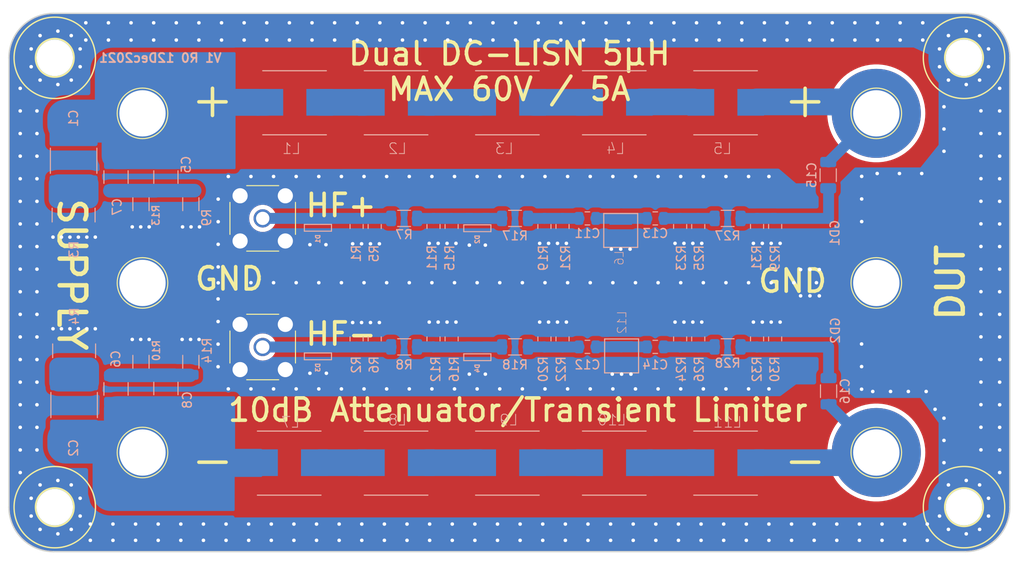
<source format=kicad_pcb>
(kicad_pcb (version 20240108) (generator "pcbnew") (generator_version "8.0")
  (title_block (title "Dual 5uH LISN") (date "2021-12-12") (rev "V1 R0") (comment 1 "Credits to: Jay_Diddy_B & Noy (eevblog forum)"))
  (layers (0 "F.Cu" power "Front") (31 "B.Cu" power "Back") (34 "B.Paste" user) (35 "F.Paste" user) (36 "B.SilkS" user "B.Silkscreen") (37 "F.SilkS" user "F.Silkscreen") (38 "B.Mask" user) (39 "F.Mask" user) (44 "Edge.Cuts" user))
  (net 0 "")
  (net 1 "GND")
  (net 2 "Net-(C1-Pad1)")
  (net 3 "Net-(C2-Pad2)")
  (net 4 "Net-(C1-Pad2)")
  (net 5 "Net-(L10-Pad1)")
  (net 6 "Net-(L10-Pad2)")
  (net 7 "Net-(C11-Pad2)")
  (net 8 "Net-(C11-Pad1)")
  (net 9 "Net-(C12-Pad2)")
  (net 10 "Net-(C12-Pad1)")
  (net 11 "Net-(C13-Pad2)")
  (net 12 "Net-(C14-Pad2)")
  (net 13 "Net-(C15-Pad2)")
  (net 14 "Net-(C15-Pad1)")
  (net 15 "Net-(C16-Pad2)")
  (net 16 "Net-(C16-Pad1)")
  (net 17 "Net-(C2-Pad1)")
  (net 18 "Net-(C5-Pad2)")
  (net 19 "Net-(C6-Pad2)")
  (net 20 "Net-(L2-Pad2)")
  (net 21 "Net-(L4-Pad2)")
  (net 22 "Net-(L1-Pad2)")
  (net 23 "Net-(L3-Pad2)")
  (net 24 "Net-(L7-Pad2)")
  (net 25 "Net-(L8-Pad2)")
  (net 26 "Net-(D1-Pad3)")
  (net 27 "Net-(D2-Pad3)")
  (net 28 "Net-(D3-Pad3)")
  (net 29 "Net-(D4-Pad3)")
  (footprint "Connector_Coaxial:SMA_Wurth_60312002114503_Vertical" (layer "F.Cu") (at 128.576 103.0055)
    (property "Reference" "J1" (hide yes))
    (property "Value" "Conn_SMA")
  )
  (footprint "Connector_Coaxial:SMA_Wurth_60312002114503_Vertical" (layer "F.Cu") (at 128.576 117.462)
    (property "Reference" "J2" (hide yes))
    (property "Value" "Conn_SMA")
  )
  (footprint "5uH_LISN:BANANA_CONN" (layer "F.Cu") (at 115.076 110.262)
    (property "Reference" "J4" (hide yes))
    (property "Value" "BANANA_CONN" (hide yes))
  )
  (footprint "5uH_LISN:4,1-PAD" (layer "F.Cu") (at 105.226 135.462)
    (property "Reference" "H1" (hide yes))
    (property "Value" "MOUNT-PAD-ROUND4.1" (hide yes))
  )
  (footprint "5uH_LISN:4,1-PAD" (layer "F.Cu") (at 105.226 84.962)
    (property "Reference" "H2" (hide yes))
    (property "Value" "MOUNT-PAD-ROUND4.1" (hide yes))
  )
  (footprint "5uH_LISN:4,1-PAD" (layer "F.Cu") (at 207.326 84.962)
    (property "Reference" "H3" (hide yes))
    (property "Value" "MOUNT-PAD-ROUND4.1" (hide yes))
  )
  (footprint "5uH_LISN:4,1-PAD" (layer "F.Cu") (at 207.326 135.462)
    (property "Reference" "H4" (hide yes))
    (property "Value" "MOUNT-PAD-ROUND4.1" (hide yes))
  )
  (footprint "5uH_LISN:BANANA_CONN" (layer "F.Cu") (at 115.076 91.202)
    (property "Reference" "J3" (hide yes))
    (property "Value" "BANANA_CONN" (hide yes))
  )
  (footprint "5uH_LISN:BANANA_CONN" (layer "F.Cu") (at 115.076 129.322)
    (property "Reference" "J5" (hide yes))
    (property "Value" "BANANA_CONN" (hide yes))
  )
  (footprint "5uH_LISN:BANANA_CONN" (layer "F.Cu") (at 197.476 110.262)
    (property "Reference" "J6" (hide yes))
    (property "Value" "BANANA_CONN" (hide yes))
  )
  (footprint "5uH_LISN:BANANA_CONN" (layer "F.Cu") (at 197.476 91.202)
    (property "Reference" "J7" (hide yes))
    (property "Value" "BANANA_CONN" (hide yes))
  )
  (footprint "5uH_LISN:BANANA_CONN" (layer "F.Cu") (at 197.476 129.322)
    (property "Reference" "J8" (hide yes))
    (property "Value" "BANANA_CONN" (hide yes))
  )
  (footprint "Capacitor_SMD:C_2220_5650Metric" (layer "B.Cu") (at 107.342 96.528 -90)
    (property "Reference" "C1")
    (property "Value" "22uF")
  )
  (footprint "Capacitor_SMD:C_2220_5650Metric" (layer "B.Cu") (at 107.4 123.985 90)
    (property "Reference" "C2")
    (property "Value" "22uF")
  )
  (footprint "Capacitor_SMD:C_1210_3225Metric" (layer "B.Cu") (at 117.704 98.362 -90)
    (property "Reference" "C5")
    (property "Value" "2.2uF")
  )
  (footprint "Capacitor_SMD:C_1210_3225Metric" (layer "B.Cu") (at 112.104 122.173 90)
    (property "Reference" "C6")
    (property "Value" "2.2uF")
  )
  (footprint "Capacitor_SMD:C_1210_3225Metric" (layer "B.Cu") (at 112.104 98.362 -90)
    (property "Reference" "C7")
    (property "Value" "2.2uF")
  )
  (footprint "Capacitor_SMD:C_1210_3225Metric" (layer "B.Cu") (at 117.704 122.123 90)
    (property "Reference" "C8")
    (property "Value" "2.2uF")
  )
  (footprint "5uH_LISN:SOT23-DIODEDUAL" (layer "B.Cu") (at 134.776 104.062)
    (property "Reference" "D1")
    (property "Value" "SOT23-DIODEDUAL" (hide yes))
  )
  (footprint "5uH_LISN:SOT23-DIODEDUAL" (layer "B.Cu") (at 152.676 104.112)
    (property "Reference" "D2")
    (property "Value" "SOT23-DIODEDUAL" (hide yes))
  )
  (footprint "5uH_LISN:SOT23-DIODEDUAL" (layer "B.Cu") (at 134.776 118.512)
    (property "Reference" "D3")
    (property "Value" "SOT23-DIODEDUAL" (hide yes))
  )
  (footprint "5uH_LISN:SOT23-DIODEDUAL" (layer "B.Cu") (at 152.676 118.612)
    (property "Reference" "D4")
    (property "Value" "SOT23-DIODEDUAL" (hide yes))
  )
  (footprint "5uH_LISN:COILCRAFT_1008PS" (layer "B.Cu") (at 168.776 104.362 180)
    (property "Reference" "L6")
    (property "Value" "1mH" (hide yes))
  )
  (footprint "Resistor_SMD:R_0805_2012Metric" (layer "B.Cu") (at 139.12 103.918 90)
    (property "Reference" "R1")
    (property "Value" "909R")
  )
  (footprint "Resistor_SMD:R_0805_2012Metric" (layer "B.Cu") (at 139.12 116.5495 -90)
    (property "Reference" "R2")
    (property "Value" "909R")
  )
  (footprint "Resistor_SMD:R_1218_3246Metric" (layer "B.Cu") (at 107.342 102.634 -90)
    (property "Reference" "R3")
    (property "Value" "1R")
  )
  (footprint "Resistor_SMD:R_1218_3246Metric" (layer "B.Cu") (at 107.4 117.889 90)
    (property "Reference" "R4")
    (property "Value" "1R")
  )
  (footprint "Resistor_SMD:R_0805_2012Metric" (layer "B.Cu") (at 141.152 103.918 90)
    (property "Reference" "R5")
    (property "Value" "825R")
  )
  (footprint "Resistor_SMD:R_0805_2012Metric" (layer "B.Cu") (at 141.152 116.5495 -90)
    (property "Reference" "R6")
    (property "Value" "825R")
  )
  (footprint "Resistor_SMD:R_1206_3216Metric" (layer "B.Cu") (at 144.454 103.009)
    (property "Reference" "R7")
    (property "Value" "12.1R")
  )
  (footprint "Resistor_SMD:R_1206_3216Metric" (layer "B.Cu") (at 144.454 117.448)
    (property "Reference" "R8")
    (property "Value" "12.1R")
  )
  (footprint "Resistor_SMD:R_1206_3216Metric" (layer "B.Cu") (at 120.504 101.412 -90)
    (property "Reference" "R9")
    (property "Value" "0R")
  )
  (footprint "Resistor_SMD:R_1206_3216Metric" (layer "B.Cu") (at 114.904 119.123 90)
    (property "Reference" "R10")
    (property "Value" "0R")
  )
  (footprint "Resistor_SMD:R_0805_2012Metric" (layer "B.Cu") (at 147.756 103.918 90)
    (property "Reference" "R11")
    (property "Value" "243R")
  )
  (footprint "Resistor_SMD:R_0805_2012Metric" (layer "B.Cu") (at 147.756 116.5495 -90)
    (property "Reference" "R12")
    (property "Value" "243R")
  )
  (footprint "Resistor_SMD:R_1206_3216Metric" (layer "B.Cu") (at 114.904 101.412 -90)
    (property "Reference" "R13")
    (property "Value" "0R")
  )
  (footprint "Resistor_SMD:R_1206_3216Metric" (layer "B.Cu") (at 120.504 119.123 90)
    (property "Reference" "R14")
    (property "Value" "0R")
  )
  (footprint "Resistor_SMD:R_0805_2012Metric" (layer "B.Cu") (at 149.788 103.918 90)
    (property "Reference" "R15")
    (property "Value" "274R")
  )
  (footprint "Resistor_SMD:R_0805_2012Metric" (layer "B.Cu") (at 149.788 116.5495 -90)
    (property "Reference" "R16")
    (property "Value" "274R")
  )
  (footprint "Capacitor_SMD:C_0805_2012Metric" (layer "B.Cu") (at 165.036 103.009)
    (property "Reference" "C11")
    (property "Value" "470nF")
  )
  (footprint "Capacitor_SMD:C_0805_2012Metric" (layer "B.Cu") (at 165.036 117.448)
    (property "Reference" "C12")
    (property "Value" "470nF")
  )
  (footprint "Capacitor_SMD:C_0805_2012Metric" (layer "B.Cu") (at 172.656 103.009)
    (property "Reference" "C13")
    (property "Value" "470nF")
  )
  (footprint "Capacitor_SMD:C_0805_2012Metric" (layer "B.Cu") (at 172.656 117.448)
    (property "Reference" "C14")
    (property "Value" "470nF")
  )
  (footprint "Capacitor_SMD:C_1206_3216Metric" (layer "B.Cu") (at 192.076 98.146 -90)
    (property "Reference" "C15")
    (property "Value" "100nF")
  )
  (footprint "Capacitor_SMD:C_1206_3216Metric" (layer "B.Cu") (at 192.118 122.428 90)
    (property "Reference" "C16")
    (property "Value" "100nF")
  )
  (footprint "Resistor_SMD:R_1206_3216Metric" (layer "B.Cu") (at 156.908 103.009)
    (property "Reference" "R17")
    (property "Value" "30.1R")
  )
  (footprint "Resistor_SMD:R_1206_3216Metric" (layer "B.Cu") (at 156.908 117.448)
    (property "Reference" "R18")
    (property "Value" "30.1R")
  )
  (footprint "Resistor_SMD:R_0805_2012Metric" (layer "B.Cu") (at 160.21 103.918 90)
    (property "Reference" "R19")
    (property "Value" "432R")
  )
  (footprint "Resistor_SMD:R_0805_2012Metric" (layer "B.Cu") (at 160.21 116.5495 -90)
    (property "Reference" "R20")
    (property "Value" "432R")
  )
  (footprint "Resistor_SMD:R_0805_2012Metric" (layer "B.Cu") (at 162.242 103.918 90)
    (property "Reference" "R21")
    (property "Value" "432R")
  )
  (footprint "Resistor_SMD:R_0805_2012Metric" (layer "B.Cu") (at 162.242 116.5495 -90)
    (property "Reference" "R22")
    (property "Value" "432R")
  )
  (footprint "Resistor_SMD:R_0805_2012Metric" (layer "B.Cu") (at 175.45 103.918 90)
    (property "Reference" "R23")
    (property "Value" "432R")
  )
  (footprint "Resistor_SMD:R_0805_2012Metric" (layer "B.Cu") (at 175.45 116.5495 -90)
    (property "Reference" "R24")
    (property "Value" "432R")
  )
  (footprint "Resistor_SMD:R_0805_2012Metric" (layer "B.Cu") (at 177.482 103.918 90)
    (property "Reference" "R25")
    (property "Value" "432R")
  )
  (footprint "Resistor_SMD:R_0805_2012Metric" (layer "B.Cu") (at 177.482 116.5495 -90)
    (property "Reference" "R26")
    (property "Value" "432R")
  )
  (footprint "Resistor_SMD:R_1206_3216Metric" (layer "B.Cu") (at 180.784 103.009)
    (property "Reference" "R27")
    (property "Value" "18.2R")
  )
  (footprint "Resistor_SMD:R_1206_3216Metric" (layer "B.Cu") (at 180.784 117.448)
    (property "Reference" "R28")
    (property "Value" "18.2R")
  )
  (footprint "Resistor_SMD:R_0805_2012Metric" (layer "B.Cu") (at 186.118 103.912 90)
    (property "Reference" "R29")
    (property "Value" "562R")
  )
  (footprint "Resistor_SMD:R_0805_2012Metric" (layer "B.Cu") (at 186.118 116.5495 -90)
    (property "Reference" "R30")
    (property "Value" "562R")
  )
  (footprint "Resistor_SMD:R_0805_2012Metric" (layer "B.Cu") (at 184.086 103.912 90)
    (property "Reference" "R31")
    (property "Value" "619R")
  )
  (footprint "Resistor_SMD:R_0805_2012Metric" (layer "B.Cu") (at 184.086 116.5495 -90)
    (property "Reference" "R32")
    (property "Value" "619R")
  )
  (footprint "5uH_LISN:S30-A400X" (layer "B.Cu") (at 190 105.435 90)
    (property "Reference" "GD1")
    (property "Value" "S30-A75X")
  )
  (footprint "5uH_LISN:S30-A400X" (layer "B.Cu") (at 190 115.037 -90)
    (property "Reference" "GD2")
    (property "Value" "S30-A75X")
  )
  (footprint "5uH_LISN:WE-HCI_7030_7040_7050" (layer "B.Cu") (at 143.576 130.462)
    (property "Reference" "L8")
    (property "Value" "1.1uH")
  )
  (footprint "5uH_LISN:WE-HCI_7030_7040_7050" (layer "B.Cu") (at 131.576 130.462)
    (property "Reference" "L7")
    (property "Value" "1.1uH")
  )
  (footprint "5uH_LISN:WE-HCI_7030_7040_7050" (layer "B.Cu") (at 180.576 130.462)
    (property "Reference" "L11")
    (property "Value" "1.1uH")
  )
  (footprint "5uH_LISN:WE-HCI_7030_7040_7050" (layer "B.Cu") (at 168.076 130.462)
    (property "Reference" "L10")
    (property "Value" "1.1uH")
  )
  (footprint "5uH_LISN:WE-HCI_7030_7040_7050" (layer "B.Cu") (at 168.076 89.962)
    (property "Reference" "L4")
    (property "Value" "1.1uH")
  )
  (footprint "5uH_LISN:COILCRAFT_1008PS" (layer "B.Cu") (at 168.876 118.462 180)
    (property "Reference" "L12")
    (property "Value" "1mH" (hide yes))
  )
  (footprint "5uH_LISN:WE-HCI_7030_7040_7050" (layer "B.Cu") (at 143.576 89.962)
    (property "Reference" "L2")
    (property "Value" "1.1uH")
  )
  (footprint "5uH_LISN:WE-HCI_7030_7040_7050" (layer "B.Cu") (at 132.176 89.962)
    (property "Reference" "L1")
    (property "Value" "1.1uH")
  )
  (footprint "5uH_LISN:WE-HCI_7030_7040_7050" (layer "B.Cu") (at 156.076 89.962)
    (property "Reference" "L3")
    (property "Value" "1.1uH")
  )
  (footprint "5uH_LISN:WE-HCI_7030_7040_7050" (layer "B.Cu") (at 156.076 130.462)
    (property "Reference" "L9")
    (property "Value" "1.1uH")
  )
  (footprint "5uH_LISN:WE-HCI_7030_7040_7050" (layer "B.Cu") (at 180.576 89.962)
    (property "Reference" "L5")
    (property "Value" "1.1uH")
  )
  (gr_line (start 105.076 79.962) (end 207.476 79.962) (stroke (width 0.15)) (layer "Edge.Cuts"))
  (gr_line (start 100.076 135.462) (end 100.076 84.962) (stroke (width 0.15)) (layer "Edge.Cuts"))
  (gr_arc (start 207.476 79.962) (mid 211.011534 81.426466) (end 212.476 84.962) (stroke (width 0.15)) (layer "Edge.Cuts"))
  (gr_arc (start 212.476 135.462) (mid 211.011534 138.997534) (end 207.476 140.462) (stroke (width 0.15)) (layer "Edge.Cuts"))
  (gr_arc (start 105.076 140.462) (mid 101.540466 138.997534) (end 100.076 135.462) (stroke (width 0.15)) (layer "Edge.Cuts"))
  (gr_line (start 105.076 140.462) (end 207.476 140.462) (stroke (width 0.15)) (layer "Edge.Cuts"))
  (gr_arc (start 100.076 84.962) (mid 101.540466 81.426466) (end 105.076 79.962) (stroke (width 0.15)) (layer "Edge.Cuts"))
  (gr_line (start 212.476 135.462) (end 212.476 84.962) (stroke (width 0.15)) (layer "Edge.Cuts"))
  (gr_text "V1 R0 12Dec2021" (at 117.076 85.562 0) (layer "B.SilkS") (effects (font (size 1 1) (thickness 0.2)) (justify bottom mirror)))
  (gr_text "GND\n" (at 188.076 111.512 0) (layer "F.SilkS") (effects (font (size 2.5 2.5) (thickness 0.4)) (justify bottom)))
  (gr_text "GND\n" (at 124.826 111.262 0) (layer "F.SilkS") (effects (font (size 2.5 2.5) (thickness 0.4)) (justify bottom)))
  (gr_text "SUPPLY" (at 105.376 109.312 -90) (layer "F.SilkS") (effects (font (size 3 3) (thickness 0.5)) (justify bottom)))
  (gr_text "HF+" (at 137.376 103.012 0) (layer "F.SilkS") (effects (font (size 2.5 2.5) (thickness 0.4)) (justify bottom)))
  (gr_text "HF-" (at 137.376 117.462 0) (layer "F.SilkS") (effects (font (size 2.5 2.5) (thickness 0.4)) (justify bottom)))
  (gr_text "MAX 60V / 5A" (at 156.276 89.962 0) (layer "F.SilkS") (effects (font (size 2.5 2.5) (thickness 0.4)) (justify bottom)))
  (gr_text "-" (at 122.936 132.442 0) (layer "F.SilkS") (effects (font (size 4 4) (thickness 0.4)) (justify bottom mirror)))
  (gr_text "Dual DC-LISN 5µH" (at 156.276 85.962 0) (layer "F.SilkS") (effects (font (size 2.5 2.5) (thickness 0.4)) (justify bottom)))
  (gr_text "10dB Attenuator/Transient Limiter" (at 157.226 126.012 0) (layer "F.SilkS") (effects (font (size 2.5 2.5) (thickness 0.4)) (justify bottom)))
  (gr_text "DUT" (at 207.576 110.212 90) (layer "F.SilkS") (effects (font (size 3 3) (thickness 0.5)) (justify bottom)))
  (gr_text "-" (at 189.484 132.442 0) (layer "F.SilkS") (effects (font (size 4 4) (thickness 0.4)) (justify bottom mirror)))
  (gr_text "+" (at 189.484 91.942 0) (layer "F.SilkS") (effects (font (size 4 4) (thickness 0.4)) (justify bottom mirror)))
  (gr_text "+" (at 122.936 91.942 0) (layer "F.SilkS") (effects (font (size 4 4) (thickness 0.4)) (justify bottom mirror)))
  (via (at 111.252 81.026) (size 0.9) (drill 0.4) (layers "F.Cu" "B.Cu") (net 1))
  (via (at 113.792 81.026) (size 0.9) (drill 0.4) (layers "F.Cu" "B.Cu") (net 1))
  (via (at 116.332 81.026) (size 0.9) (drill 0.4) (layers "F.Cu" "B.Cu") (net 1))
  (via (at 118.872 81.026) (size 0.9) (drill 0.4) (layers "F.Cu" "B.Cu") (net 1))
  (via (at 121.412 81.026) (size 0.9) (drill 0.4) (layers "F.Cu" "B.Cu") (net 1))
  (via (at 123.952 81.026) (size 0.9) (drill 0.4) (layers "F.Cu" "B.Cu") (net 1))
  (via (at 126.492 81.026) (size 0.9) (drill 0.4) (layers "F.Cu" "B.Cu") (net 1))
  (via (at 129.032 81.026) (size 0.9) (drill 0.4) (layers "F.Cu" "B.Cu") (net 1))
  (via (at 131.572 81.026) (size 0.9) (drill 0.4) (layers "F.Cu" "B.Cu") (net 1))
  (via (at 134.112 81.026) (size 0.9) (drill 0.4) (layers "F.Cu" "B.Cu") (net 1))
  (via (at 136.652 81.026) (size 0.9) (drill 0.4) (layers "F.Cu" "B.Cu") (net 1))
  (via (at 139.192 81.026) (size 0.9) (drill 0.4) (layers "F.Cu" "B.Cu") (net 1))
  (via (at 141.732 81.026) (size 0.9) (drill 0.4) (layers "F.Cu" "B.Cu") (net 1))
  (via (at 144.272 81.026) (size 0.9) (drill 0.4) (layers "F.Cu" "B.Cu") (net 1))
  (via (at 146.812 81.026) (size 0.9) (drill 0.4) (layers "F.Cu" "B.Cu") (net 1))
  (via (at 149.352 81.026) (size 0.9) (drill 0.4) (layers "F.Cu" "B.Cu") (net 1))
  (via (at 151.892 81.026) (size 0.9) (drill 0.4) (layers "F.Cu" "B.Cu") (net 1))
  (via (at 154.432 81.026) (size 0.9) (drill 0.4) (layers "F.Cu" "B.Cu") (net 1))
  (via (at 156.972 81.026) (size 0.9) (drill 0.4) (layers "F.Cu" "B.Cu") (net 1))
  (via (at 159.512 81.026) (size 0.9) (drill 0.4) (layers "F.Cu" "B.Cu") (net 1))
  (via (at 162.052 81.026) (size 0.9) (drill 0.4) (layers "F.Cu" "B.Cu") (net 1))
  (via (at 164.592 81.026) (size 0.9) (drill 0.4) (layers "F.Cu" "B.Cu") (net 1))
  (via (at 167.132 81.026) (size 0.9) (drill 0.4) (layers "F.Cu" "B.Cu") (net 1))
  (via (at 169.672 81.026) (size 0.9) (drill 0.4) (layers "F.Cu" "B.Cu") (net 1))
  (via (at 172.212 81.026) (size 0.9) (drill 0.4) (layers "F.Cu" "B.Cu") (net 1))
  (via (at 174.752 81.026) (size 0.9) (drill 0.4) (layers "F.Cu" "B.Cu") (net 1))
  (via (at 177.292 81.026) (size 0.9) (drill 0.4) (layers "F.Cu" "B.Cu") (net 1))
  (via (at 179.832 81.026) (size 0.9) (drill 0.4) (layers "F.Cu" "B.Cu") (net 1))
  (via (at 182.372 81.026) (size 0.9) (drill 0.4) (layers "F.Cu" "B.Cu") (net 1))
  (via (at 184.912 81.026) (size 0.9) (drill 0.4) (layers "F.Cu" "B.Cu") (net 1))
  (via (at 187.452 81.026) (size 0.9) (drill 0.4) (layers "F.Cu" "B.Cu") (net 1))
  (via (at 189.992 81.026) (size 0.9) (drill 0.4) (layers "F.Cu" "B.Cu") (net 1))
  (via (at 192.532 81.026) (size 0.9) (drill 0.4) (layers "F.Cu" "B.Cu") (net 1))
  (via (at 195.072 81.026) (size 0.9) (drill 0.4) (layers "F.Cu" "B.Cu") (net 1))
  (via (at 197.612 81.026) (size 0.9) (drill 0.4) (layers "F.Cu" "B.Cu") (net 1))
  (via (at 200.152 81.026) (size 0.9) (drill 0.4) (layers "F.Cu" "B.Cu") (net 1))
  (via (at 202.692 81.026) (size 0.9) (drill 0.4) (layers "F.Cu" "B.Cu") (net 1))
  (via (at 172.72 139.192) (size 0.9) (drill 0.4) (layers "F.Cu" "B.Cu") (net 1))
  (via (at 175.26 139.192) (size 0.9) (drill 0.4) (layers "F.Cu" "B.Cu") (net 1))
  (via (at 127 139.192) (size 0.9) (drill 0.4) (layers "F.Cu" "B.Cu") (net 1))
  (via (at 162.56 139.192) (size 0.9) (drill 0.4) (layers "F.Cu" "B.Cu") (net 1))
  (via (at 165.1 139.192) (size 0.9) (drill 0.4) (layers "F.Cu" "B.Cu") (net 1))
  (via (at 187.96 139.192) (size 0.9) (drill 0.4) (layers "F.Cu" "B.Cu") (net 1))
  (via (at 190.5 139.192) (size 0.9) (drill 0.4) (layers "F.Cu" "B.Cu") (net 1))
  (via (at 119.38 139.192) (size 0.9) (drill 0.4) (layers "F.Cu" "B.Cu") (net 1))
  (via (at 132.08 139.192) (size 0.9) (drill 0.4) (layers "F.Cu" "B.Cu") (net 1))
  (via (at 134.62 139.192) (size 0.9) (drill 0.4) (layers "F.Cu" "B.Cu") (net 1))
  (via (at 142.24 139.192) (size 0.9) (drill 0.4) (layers "F.Cu" "B.Cu") (net 1))
  (via (at 144.78 139.192) (size 0.9) (drill 0.4) (layers "F.Cu" "B.Cu") (net 1))
  (via (at 147.32 139.192) (size 0.9) (drill 0.4) (layers "F.Cu" "B.Cu") (net 1))
  (via (at 149.86 139.192) (size 0.9) (drill 0.4) (layers "F.Cu" "B.Cu") (net 1))
  (via (at 121.92 139.192) (size 0.9) (drill 0.4) (layers "F.Cu" "B.Cu") (net 1))
  (via (at 177.8 139.192) (size 0.9) (drill 0.4) (layers "F.Cu" "B.Cu") (net 1))
  (via (at 180.34 139.192) (size 0.9) (drill 0.4) (layers "F.Cu" "B.Cu") (net 1))
  (via (at 203.2 139.192) (size 0.9) (drill 0.4) (layers "F.Cu" "B.Cu") (net 1))
  (via (at 114.3 139.192) (size 0.9) (drill 0.4) (layers "F.Cu" "B.Cu") (net 1))
  (via (at 116.84 139.192) (size 0.9) (drill 0.4) (layers "F.Cu" "B.Cu") (net 1))
  (via (at 109.22 139.192) (size 0.9) (drill 0.4) (layers "F.Cu" "B.Cu") (net 1))
  (via (at 193.04 139.192) (size 0.9) (drill 0.4) (layers "F.Cu" "B.Cu") (net 1))
  (via (at 195.58 139.192) (size 0.9) (drill 0.4) (layers "F.Cu" "B.Cu") (net 1))
  (via (at 182.88 139.192) (size 0.9) (drill 0.4) (layers "F.Cu" "B.Cu") (net 1))
  (via (at 185.42 139.192) (size 0.9) (drill 0.4) (layers "F.Cu" "B.Cu") (net 1))
  (via (at 167.64 139.192) (size 0.9) (drill 0.4) (layers "F.Cu" "B.Cu") (net 1))
  (via (at 170.18 139.192) (size 0.9) (drill 0.4) (layers "F.Cu" "B.Cu") (net 1))
  (via (at 152.4 139.192) (size 0.9) (drill 0.4) (layers "F.Cu" "B.Cu") (net 1))
  (via (at 154.94 139.192) (size 0.9) (drill 0.4) (layers "F.Cu" "B.Cu") (net 1))
  (via (at 129.54 139.192) (size 0.9) (drill 0.4) (layers "F.Cu" "B.Cu") (net 1))
  (via (at 198.12 139.192) (size 0.9) (drill 0.4) (layers "F.Cu" "B.Cu") (net 1))
  (via (at 200.66 139.192) (size 0.9) (drill 0.4) (layers "F.Cu" "B.Cu") (net 1))
  (via (at 124.46 139.192) (size 0.9) (drill 0.4) (layers "F.Cu" "B.Cu") (net 1))
  (via (at 111.76 139.192) (size 0.9) (drill 0.4) (layers "F.Cu" "B.Cu") (net 1))
  (via (at 137.16 139.192) (size 0.9) (drill 0.4) (layers "F.Cu" "B.Cu") (net 1))
  (via (at 139.7 139.192) (size 0.9) (drill 0.4) (layers "F.Cu" "B.Cu") (net 1))
  (via (at 157.48 139.192) (size 0.9) (drill 0.4) (layers "F.Cu" "B.Cu") (net 1))
  (via (at 160.02 139.192) (size 0.9) (drill 0.4) (layers "F.Cu" "B.Cu") (net 1))
  (via (at 165.354 110.236) (size 0.9) (drill 0.4) (layers "F.Cu" "B.Cu") (net 1))
  (via (at 167.894 110.236) (size 0.9) (drill 0.4) (layers "F.Cu" "B.Cu") (net 1))
  (via (at 155.194 110.236) (size 0.9) (drill 0.4) (layers "F.Cu" "B.Cu") (net 1))
  (via (at 157.734 110.236) (size 0.9) (drill 0.4) (layers "F.Cu" "B.Cu") (net 1))
  (via (at 180.594 110.236) (size 0.9) (drill 0.4) (layers "F.Cu" "B.Cu") (net 1))
  (via (at 183.134 110.236) (size 0.9) (drill 0.4) (layers "F.Cu" "B.Cu") (net 1))
  (via (at 127.254 110.236) (size 0.9) (drill 0.4) (layers "F.Cu" "B.Cu") (net 1))
  (via (at 134.874 110.236) (size 0.9) (drill 0.4) (layers "F.Cu" "B.Cu") (net 1))
  (via (at 137.414 110.236) (size 0.9) (drill 0.4) (layers "F.Cu" "B.Cu") (net 1))
  (via (at 139.954 110.236) (size 0.9) (drill 0.4) (layers "F.Cu" "B.Cu") (net 1))
  (via (at 142.494 110.236) (size 0.9) (drill 0.4) (layers "F.Cu" "B.Cu") (net 1))
  (via (at 170.434 110.236) (size 0.9) (drill 0.4) (layers "F.Cu" "B.Cu") (net 1))
  (via (at 172.974 110.236) (size 0.9) (drill 0.4) (layers "F.Cu" "B.Cu") (net 1))
  (via (at 185.674 110.236) (size 0.9) (drill 0.4) (layers "F.Cu" "B.Cu") (net 1))
  (via (at 188.214 110.236) (size 0.9) (drill 0.4) (layers "F.Cu" "B.Cu") (net 1))
  (via (at 175.514 110.236) (size 0.9) (drill 0.4) (layers "F.Cu" "B.Cu") (net 1))
  (via (at 178.054 110.236) (size 0.9) (drill 0.4) (layers "F.Cu" "B.Cu") (net 1))
  (via (at 160.274 110.236) (size 0.9) (drill 0.4) (layers "F.Cu" "B.Cu") (net 1))
  (via (at 162.814 110.236) (size 0.9) (drill 0.4) (layers "F.Cu" "B.Cu") (net 1))
  (via (at 145.034 110.236) (size 0.9) (drill 0.4) (layers "F.Cu" "B.Cu") (net 1))
  (via (at 147.574 110.236) (size 0.9) (drill 0.4) (layers "F.Cu" "B.Cu") (net 1))
  (via (at 190.754 110.236) (size 0.9) (drill 0.4) (layers "F.Cu" "B.Cu") (net 1))
  (via (at 129.794 110.236) (size 0.9) (drill 0.4) (layers "F.Cu" "B.Cu") (net 1))
  (via (at 132.334 110.236) (size 0.9) (drill 0.4) (layers "F.Cu" "B.Cu") (net 1))
  (via (at 150.114 110.236) (size 0.9) (drill 0.4) (layers "F.Cu" "B.Cu") (net 1))
  (via (at 152.654 110.236) (size 0.9) (drill 0.4) (layers "F.Cu" "B.Cu") (net 1))
  (via (at 160.274 98.298) (size 0.8) (drill 0.4) (layers "F.Cu" "B.Cu") (net 1))
  (via (at 162.814 98.298) (size 0.8) (drill 0.4) (layers "F.Cu" "B.Cu") (net 1))
  (via (at 137.414 98.298) (size 0.8) (drill 0.4) (layers "F.Cu" "B.Cu") (net 1))
  (via (at 172.974 98.298) (size 0.8) (drill 0.4) (layers "F.Cu" "B.Cu") (net 1))
  (via (at 170.434 98.298) (size 0.8) (drill 0.4) (layers "F.Cu" "B.Cu") (net 1))
  (via (at 165.354 98.298) (size 0.8) (drill 0.4) (layers "F.Cu" "B.Cu") (net 1))
  (via (at 157.734 98.298) (size 0.8) (drill 0.4) (layers "F.Cu" "B.Cu") (net 1))
  (via (at 152.654 98.298) (size 0.8) (drill 0.4) (layers "F.Cu" "B.Cu") (net 1))
  (via (at 127.254 98.298) (size 0.8) (drill 0.4) (layers "F.Cu" "B.Cu") (net 1))
  (via (at 139.954 98.298) (size 0.8) (drill 0.4) (layers "F.Cu" "B.Cu") (net 1))
  (via (at 142.494 98.298) (size 0.8) (drill 0.4) (layers "F.Cu" "B.Cu") (net 1))
  (via (at 145.034 98.298) (size 0.8) (drill 0.4) (layers "F.Cu" "B.Cu") (net 1))
  (via (at 147.574 98.298) (size 0.8) (drill 0.4) (layers "F.Cu" "B.Cu") (net 1))
  (via (at 167.894 98.298) (size 0.8) (drill 0.4) (layers "F.Cu" "B.Cu") (net 1))
  (via (at 180.594 98.298) (size 0.8) (drill 0.4) (layers "F.Cu" "B.Cu") (net 1))
  (via (at 124.714 98.298) (size 0.8) (drill 0.4) (layers "F.Cu" "B.Cu") (net 1))
  (via (at 132.334 98.298) (size 0.8) (drill 0.4) (layers "F.Cu" "B.Cu") (net 1))
  (via (at 150.114 98.298) (size 0.8) (drill 0.4) (layers "F.Cu" "B.Cu") (net 1))
  (via (at 129.794 98.298) (size 0.8) (drill 0.4) (layers "F.Cu" "B.Cu") (net 1))
  (via (at 134.874 98.298) (size 0.8) (drill 0.4) (layers "F.Cu" "B.Cu") (net 1))
  (via (at 155.194 98.298) (size 0.8) (drill 0.4) (layers "F.Cu" "B.Cu") (net 1))
  (via (at 175.514 98.298) (size 0.8) (drill 0.4) (layers "F.Cu" "B.Cu") (net 1))
  (via (at 178.054 98.298) (size 0.8) (drill 0.4) (layers "F.Cu" "B.Cu") (net 1))
  (via (at 183.134 98.298) (size 0.8) (drill 0.4) (layers "F.Cu" "B.Cu") (net 1))
  (via (at 162.814 122.174) (size 0.8) (drill 0.4) (layers "F.Cu" "B.Cu") (net 1))
  (via (at 178.054 122.174) (size 0.8) (drill 0.4) (layers "F.Cu" "B.Cu") (net 1))
  (via (at 183.134 122.174) (size 0.8) (drill 0.4) (layers "F.Cu" "B.Cu") (net 1))
  (via (at 165.354 122.174) (size 0.8) (drill 0.4) (layers "F.Cu" "B.Cu") (net 1))
  (via (at 170.434 122.174) (size 0.8) (drill 0.4) (layers "F.Cu" "B.Cu") (net 1))
  (via (at 180.594 122.174) (size 0.8) (drill 0.4) (layers "F.Cu" "B.Cu") (net 1))
  (via (at 124.714 122.174) (size 0.8) (drill 0.4) (layers "F.Cu" "B.Cu") (net 1))
  (via (at 172.974 122.174) (size 0.8) (drill 0.4) (layers "F.Cu" "B.Cu") (net 1))
  (via (at 160.274 122.174) (size 0.8) (drill 0.4) (layers "F.Cu" "B.Cu") (net 1))
  (via (at 157.734 122.174) (size 0.8) (drill 0.4) (layers "F.Cu" "B.Cu") (net 1))
  (via (at 155.194 122.174) (size 0.8) (drill 0.4) (layers "F.Cu" "B.Cu") (net 1))
  (via (at 175.514 122.174) (size 0.8) (drill 0.4) (layers "F.Cu" "B.Cu") (net 1))
  (via (at 129.794 122.174) (size 0.8) (drill 0.4) (layers "F.Cu" "B.Cu") (net 1))
  (via (at 134.874 122.174) (size 0.8) (drill 0.4) (layers "F.Cu" "B.Cu") (net 1))
  (via (at 152.654 122.174) (size 0.8) (drill 0.4) (layers "F.Cu" "B.Cu") (net 1))
  (via (at 139.954 122.174) (size 0.8) (drill 0.4) (layers "F.Cu" "B.Cu") (net 1))
  (via (at 137.414 122.174) (size 0.8) (drill 0.4) (layers "F.Cu" "B.Cu") (net 1))
  (via (at 142.494 122.174) (size 0.8) (drill 0.4) (layers "F.Cu" "B.Cu") (net 1))
  (via (at 147.574 122.174) (size 0.8) (drill 0.4) (layers "F.Cu" "B.Cu") (net 1))
  (via (at 167.894 122.174) (size 0.8) (drill 0.4) (layers "F.Cu" "B.Cu") (net 1))
  (via (at 127.254 122.174) (size 0.8) (drill 0.4) (layers "F.Cu" "B.Cu") (net 1))
  (via (at 132.334 122.174) (size 0.8) (drill 0.4) (layers "F.Cu" "B.Cu") (net 1))
  (via (at 150.114 122.174) (size 0.8) (drill 0.4) (layers "F.Cu" "B.Cu") (net 1))
  (via (at 145.034 122.174) (size 0.8) (drill 0.4) (layers "F.Cu" "B.Cu") (net 1))
  (via (at 211.328 88.392) (size 0.9) (drill 0.4) (layers "F.Cu" "B.Cu") (net 1))
  (via (at 211.328 90.932) (size 0.9) (drill 0.4) (layers "F.Cu" "B.Cu") (net 1))
  (via (at 211.328 93.472) (size 0.9) (drill 0.4) (layers "F.Cu" "B.Cu") (net 1))
  (via (at 211.328 96.012) (size 0.9) (drill 0.4) (layers "F.Cu" "B.Cu") (net 1))
  (via (at 211.328 98.552) (size 0.9) (drill 0.4) (layers "F.Cu" "B.Cu") (net 1))
  (via (at 211.328 101.092) (size 0.9) (drill 0.4) (layers "F.Cu" "B.Cu") (net 1))
  (via (at 211.328 103.632) (size 0.9) (drill 0.4) (layers "F.Cu" "B.Cu") (net 1))
  (via (at 211.328 106.172) (size 0.9) (drill 0.4) (layers "F.Cu" "B.Cu") (net 1))
  (via (at 211.328 108.712) (size 0.9) (drill 0.4) (layers "F.Cu" "B.Cu") (net 1))
  (via (at 211.328 111.252) (size 0.9) (drill 0.4) (layers "F.Cu" "B.Cu") (net 1))
  (via (at 211.328 113.792) (size 0.9) (drill 0.4) (layers "F.Cu" "B.Cu") (net 1))
  (via (at 211.328 116.332) (size 0.9) (drill 0.4) (layers "F.Cu" "B.Cu") (net 1))
  (via (at 211.328 118.872) (size 0.9) (drill 0.4) (layers "F.Cu" "B.Cu") (net 1))
  (via (at 211.328 121.412) (size 0.9) (drill 0.4) (layers "F.Cu" "B.Cu") (net 1))
  (via (at 211.328 123.952) (size 0.9) (drill 0.4) (layers "F.Cu" "B.Cu") (net 1))
  (via (at 211.328 126.492) (size 0.9) (drill 0.4) (layers "F.Cu" "B.Cu") (net 1))
  (via (at 211.328 129.032) (size 0.9) (drill 0.4) (layers "F.Cu" "B.Cu") (net 1))
  (via (at 211.328 131.572) (size 0.9) (drill 0.4) (layers "F.Cu" "B.Cu") (net 1))
  (via (at 101.346 108.712) (size 0.9) (drill 0.4) (layers "F.Cu" "B.Cu") (net 1))
  (via (at 101.346 118.872) (size 0.9) (drill 0.4) (layers "F.Cu" "B.Cu") (net 1))
  (via (at 101.346 121.412) (size 0.9) (drill 0.4) (layers "F.Cu" "B.Cu") (net 1))
  (via (at 101.346 129.032) (size 0.9) (drill 0.4) (layers "F.Cu" "B.Cu") (net 1))
  (via (at 101.346 131.572) (size 0.9) (drill 0.4) (layers "F.Cu" "B.Cu") (net 1))
  (via (at 101.346 93.472) (size 0.9) (drill 0.4) (layers "F.Cu" "B.Cu") (net 1))
  (via (at 101.346 98.552) (size 0.9) (drill 0.4) (layers "F.Cu" "B.Cu") (net 1))
  (via (at 101.346 111.252) (size 0.9) (drill 0.4) (layers "F.Cu" "B.Cu") (net 1))
  (via (at 101.346 103.632) (size 0.9) (drill 0.4) (layers "F.Cu" "B.Cu") (net 1))
  (via (at 101.346 96.012) (size 0.9) (drill 0.4) (layers "F.Cu" "B.Cu") (net 1))
  (via (at 101.346 101.092) (size 0.9) (drill 0.4) (layers "F.Cu" "B.Cu") (net 1))
  (via (at 101.346 123.952) (size 0.9) (drill 0.4) (layers "F.Cu" "B.Cu") (net 1))
  (via (at 101.346 126.492) (size 0.9) (drill 0.4) (layers "F.Cu" "B.Cu") (net 1))
  (via (at 101.346 106.172) (size 0.9) (drill 0.4) (layers "F.Cu" "B.Cu") (net 1))
  (via (at 101.346 113.792) (size 0.9) (drill 0.4) (layers "F.Cu" "B.Cu") (net 1))
  (via (at 101.346 116.332) (size 0.9) (drill 0.4) (layers "F.Cu" "B.Cu") (net 1))
  (via (at 101.346 88.392) (size 0.9) (drill 0.4) (layers "F.Cu" "B.Cu") (net 1))
  (via (at 101.346 90.932) (size 0.9) (drill 0.4) (layers "F.Cu" "B.Cu") (net 1))
  (via (at 185.42 98.298) (size 0.8) (drill 0.4) (layers "F.Cu" "B.Cu") (net 1))
  (via (at 185.42 122.174) (size 0.8) (drill 0.4) (layers "F.Cu" "B.Cu") (net 1))
  (via (at 195.834 98.2853) (size 0.8) (drill 0.4) (layers "F.Cu" "B.Cu") (net 1))
  (via (at 195.834 100.8253) (size 0.8) (drill 0.4) (layers "F.Cu" "B.Cu") (net 1))
  (via (at 195.834 103.3653) (size 0.8) (drill 0.4) (layers "F.Cu" "B.Cu") (net 1))
  (via (at 195.82384 122.20448) (size 0.8) (drill 0.4) (layers "F.Cu" "B.Cu") (net 1))
  (via (at 195.82384 117.12448) (size 0.8) (drill 0.4) (layers "F.Cu" "B.Cu") (net 1))
  (via (at 195.82384 119.66448) (size 0.8) (drill 0.4) (layers "F.Cu" "B.Cu") (net 1))
  (via (at 123.576 108.46054) (size 0.8) (drill 0.4) (layers "F.Cu" "B.Cu") (net 1))
  (via (at 123.56584 112.05972) (size 0.8) (drill 0.4) (layers "F.Cu" "B.Cu") (net 1))
  (via (at 123.576 103.38054) (size 0.8) (drill 0.4) (layers "F.Cu" "B.Cu") (net 1))
  (via (at 123.576 100.84054) (size 0.8) (drill 0.4) (layers "F.Cu" "B.Cu") (net 1))
  (via (at 123.576 105.92054) (size 0.8) (drill 0.4) (layers "F.Cu" "B.Cu") (net 1))
  (via (at 123.56584 119.67972) (size 0.8) (drill 0.4) (layers "F.Cu" "B.Cu") (net 1))
  (via (at 123.56584 117.13972) (size 0.8) (drill 0.4) (layers "F.Cu" "B.Cu") (net 1))
  (via (at 123.576 110.25124) (size 0.8) (drill 0.4) (layers "F.Cu" "B.Cu") (net 1))
  (via (at 123.56584 114.59972) (size 0.8) (drill 0.4) (layers "F.Cu" "B.Cu") (net 1))
  (via (at 135.726 120.412) (size 0.9) (drill 0.4) (layers "F.Cu" "B.Cu") (net 1))
  (via (at 205.076 130.462) (size 0.9) (drill 0.4) (layers "F.Cu" "B.Cu") (net 1))
  (via (at 103.226 90.932) (size 0.9) (drill 0.4) (layers "F.Cu" "B.Cu") (net 1))
  (via (at 103.226 111.252) (size 0.9) (drill 0.4) (layers "F.Cu" "B.Cu") (net 1))
  (via (at 105.576 132.462) (size 0.9) (drill 0.4) (layers "F.Cu" "B.Cu") (net 1))
  (via (at 133.876 120.412) (size 0.9) (drill 0.4) (layers "F.Cu" "B.Cu") (net 1))
  (via (at 185.676 114.662) (size 0.9) (drill 0.4) (layers "F.Cu" "B.Cu") (net 1))
  (via (at 182.88 137.362) (size 0.9) (drill 0.4) (layers "F.Cu" "B.Cu") (net 1))
  (via (at 141.676 105.862) (size 0.9) (drill 0.4) (layers "F.Cu" "B.Cu") (net 1))
  (via (at 209.226 113.782) (size 0.9) (drill 0.4) (layers "F.Cu" "B.Cu") (net 1))
  (via (at 103.576 132.962) (size 0.9) (drill 0.4) (layers "F.Cu" "B.Cu") (net 1))
  (via (at 210.076 85.962) (size 0.9) (drill 0.4) (layers "F.Cu" "B.Cu") (net 1))
  (via (at 199.076 122.462) (size 0.9) (drill 0.4) (layers "F.Cu" "B.Cu") (net 1))
  (via (at 159.676 105.812) (size 0.9) (drill 0.4) (layers "F.Cu" "B.Cu") (net 1))
  (via (at 148.276 105.812) (size 0.9) (drill 0.4) (layers "F.Cu" "B.Cu") (net 1))
  (via (at 116.84 137.362) (size 0.9) (drill 0.4) (layers "F.Cu" "B.Cu") (net 1))
  (via (at 152.4 137.362) (size 0.9) (drill 0.4) (layers "F.Cu" "B.Cu") (net 1))
  (via (at 108.076 85.962) (size 0.9) (drill 0.4) (layers "F.Cu" "B.Cu") (net 1))
  (via (at 175.876 114.662) (size 0.9) (drill 0.4) (layers "F.Cu" "B.Cu") (net 1))
  (via (at 185.676 105.812) (size 0.9) (drill 0.4) (layers "F.Cu" "B.Cu") (net 1))
  (via (at 174.876 105.812) (size 0.9) (drill 0.4) (layers "F.Cu" "B.Cu") (net 1))
  (via (at 207.576 81.962) (size 0.9) (drill 0.4) (layers "F.Cu" "B.Cu") (net 1))
  (via (at 210.076 83.962) (size 0.9) (drill 0.4) (layers "F.Cu" "B.Cu") (net 1))
  (via (at 118.872 82.962) (size 0.9) (drill 0.4) (layers "F.Cu" "B.Cu") (net 1))
  (via (at 169.826 106.462) (size 0.9) (drill 0.4) (layers "F.Cu" "B.Cu") (net 1))
  (via (at 205.076 92.962) (size 0.9) (drill 0.4) (layers "F.Cu" "B.Cu") (net 1))
  (via (at 151.776 106.012) (size 0.9) (drill 0.4) (layers "F.Cu" "B.Cu") (net 1))
  (via (at 200.076 97.962) (size 0.9) (drill 0.4) (layers "F.Cu" "B.Cu") (net 1))
  (via (at 147.276 114.662) (size 0.9) (drill 0.4) (layers "F.Cu" "B.Cu") (net 1))
  (via (at 119.526 116.612) (size 0.9) (drill 0.4) (layers "F.Cu" "B.Cu") (net 1))
  (via (at 114.876 116.612) (size 0.9) (drill 0.4) (layers "F.Cu" "B.Cu") (net 1))
  (via (at 210.076 136.462) (size 0.9) (drill 0.4) (layers "F.Cu" "B.Cu") (net 1))
  (via (at 150.276 105.812) (size 0.9) (drill 0.4) (layers "F.Cu" "B.Cu") (net 1))
  (via (at 102.576 134.462) (size 0.9) (drill 0.4) (layers "F.Cu" "B.Cu") (net 1))
  (via (at 102.576 136.462) (size 0.9) (drill 0.4) (layers "F.Cu" "B.Cu") (net 1))
  (via (at 123.952 82.962) (size 0.9) (drill 0.4) (layers "F.Cu" "B.Cu") (net 1))
  (via (at 156.972 82.962) (size 0.9) (drill 0.4) (layers "F.Cu" "B.Cu") (net 1))
  (via (at 191.076 108.762) (size 0.9) (drill 0.4) (layers "F.Cu" "B.Cu") (net 1))
  (via (at 151.776 120.512) (size 0.9) (drill 0.4) (layers "F.Cu" "B.Cu") (net 1))
  (via (at 105.026 105.112) (size 0.9) (drill 0.4) (layers "F.Cu" "B.Cu") (net 1))
  (via (at 103.576 87.462) (size 0.9) (drill 0.4) (layers "F.Cu" "B.Cu") (net 1))
  (via (at 142.24 137.362) (size 0.9) (drill 0.4) (layers "F.Cu" "B.Cu") (net 1))
  (via (at 139.676 105.862) (size 0.9) (drill 0.4) (layers "F.Cu" "B.Cu") (net 1))
  (via (at 157.48 137.362) (size 0.9) (drill 0.4) (layers "F.Cu" "B.Cu") (net 1))
  (via (at 167.826 120.512) (size 0.9) (drill 0.4) (layers "F.Cu" "B.Cu") (net 1))
  (via (at 103.226 118.872) (size 0.9) (drill 0.4) (layers "F.Cu" "B.Cu") (net 1))
  (via (at 144.78 137.362) (size 0.9) (drill 0.4) (layers "F.Cu" "B.Cu") (net 1))
  (via (at 195.072 82.962) (size 0.9) (drill 0.4) (layers "F.Cu" "B.Cu") (net 1))
  (via (at 111.76 137.362) (size 0.9) (drill 0.4) (layers "F.Cu" "B.Cu") (net 1))
  (via (at 131.572 82.962) (size 0.9) (drill 0.4) (layers "F.Cu" "B.Cu") (net 1))
  (via (at 209.226 93.462) (size 0.9) (drill 0.4) (layers "F.Cu" "B.Cu") (net 1))
  (via (at 198.12 137.362) (size 0.9) (drill 0.4) (layers "F.Cu" "B.Cu") (net 1))
  (via (at 119.38 137.362) (size 0.9) (drill 0.4) (layers "F.Cu" "B.Cu") (net 1))
  (via (at 127 137.362) (size 0.9) (drill 0.4) (layers "F.Cu" "B.Cu") (net 1))
  (via (at 105.576 138.462) (size 0.9) (drill 0.4) (layers "F.Cu" "B.Cu") (net 1))
  (via (at 102.576 85.962) (size 0.9) (drill 0.4) (layers "F.Cu" "B.Cu") (net 1))
  (via (at 179.832 82.962) (size 0.9) (drill 0.4) (layers "F.Cu" "B.Cu") (net 1))
  (via (at 113.926 103.962) (size 0.9) (drill 0.4) (layers "F.Cu" "B.Cu") (net 1))
  (via (at 108.076 136.462) (size 0.9) (drill 0.4) (layers "F.Cu" "B.Cu") (net 1))
  (via (at 102.576 83.962) (size 0.9) (drill 0.4) (layers "F.Cu" "B.Cu") (net 1))
  (via (at 168.876 120.512) (size 0.9) (drill 0.4) (layers "F.Cu" "B.Cu") (net 1))
  (via (at 209.226 116.322) (size 0.9) (drill 0.4) (layers "F.Cu" "B.Cu") (net 1))
  (via (at 106.926 115.412) (size 0.9) (drill 0.4) (layers "F.Cu" "B.Cu") (net 1))
  (via (at 103.226 113.792) (size 0.9) (drill 0.4) (layers "F.Cu" "B.Cu") (net 1))
  (via (at 189.992 82.962) (size 0.9) (drill 0.4) (layers "F.Cu" "B.Cu") (net 1))
  (via (at 135.676 105.962) (size 0.9) (drill 0.4) (layers "F.Cu" "B.Cu") (net 1))
  (via (at 180.34 137.362) (size 0.9) (drill 0.4) (layers "F.Cu" "B.Cu") (net 1))
  (via (at 209.226 111.242) (size 0.9) (drill 0.4) (layers "F.Cu" "B.Cu") (net 1))
  (via (at 182.372 82.962) (size 0.9) (drill 0.4) (layers "F.Cu" "B.Cu") (net 1))
  (via (at 116.332 82.962) (size 0.9) (drill 0.4) (layers "F.Cu" "B.Cu") (net 1))
  (via (at 148.276 114.662) (size 0.9) (drill 0.4) (layers "F.Cu" "B.Cu") (net 1))
  (via (at 108.826 105.112) (size 0.9) (drill 0.4) (layers "F.Cu" "B.Cu") (net 1))
  (via (at 209.226 121.402) (size 0.9) (drill 0.4) (layers "F.Cu" "B.Cu") (net 1))
  (via (at 105.576 87.962) (size 0.9) (drill 0.4) (layers "F.Cu" "B.Cu") (net 1))
  (via (at 109.776 105.112) (size 0.9) (drill 0.4) (layers "F.Cu" "B.Cu") (net 1))
  (via (at 205.076 127.962) (size 0.9) (drill 0.4) (layers "F.Cu" "B.Cu") (net 1))
  (via (at 197.612 82.962) (size 0.9) (drill 0.4) (layers "F.Cu" "B.Cu") (net 1))
  (via (at 183.676 114.662) (size 0.9) (drill 0.4) (layers "F.Cu" "B.Cu") (net 1))
  (via (at 204.576 83.962) (size 0.9) (drill 0.4) (layers "F.Cu" "B.Cu") (net 1))
  (via (at 185.42 137.362) (size 0.9) (drill 0.4) (layers "F.Cu" "B.Cu") (net 1))
  (via (at 105.026 115.412) (size 0.9) (drill 0.4) (layers "F.Cu" "B.Cu") (net 1))
  (via (at 209.226 108.702) (size 0.9) (drill 0.4) (layers "F.Cu" "B.Cu") (net 1))
  (via (at 203.2 137.362) (size 0.9) (drill 0.4) (layers "F.Cu" "B.Cu") (net 1))
  (via (at 136.652 82.962) (size 0.9) (drill 0.4) (layers "F.Cu" "B.Cu") (net 1))
  (via (at 205.576 132.962) (size 0.9) (drill 0.4) (layers "F.Cu" "B.Cu") (net 1))
  (via (at 177.876 105.812) (size 0.9) (drill 0.4) (layers "F.Cu" "B.Cu") (net 1))
  (via (at 175.26 137.362) (size 0.9) (drill 0.4) (layers "F.Cu" "B.Cu") (net 1))
  (via (at 162.052 82.962) (size 0.9) (drill 0.4) (layers "F.Cu" "B.Cu") (net 1))
  (via (at 202.576 97.962) (size 0.9) (drill 0.4) (layers "F.Cu" "B.Cu") (net 1))
  (via (at 121.426 116.612) (size 0.9) (drill 0.4) (layers "F.Cu" "B.Cu") (net 1))
  (via (at 147.276 105.812) (size 0.9) (drill 0.4) (layers "F.Cu" "B.Cu") (net 1))
  (via (at 137.16 137.362) (size 0.9) (drill 0.4) (layers "F.Cu" "B.Cu") (net 1))
  (via (at 149.276 114.662) (size 0.9) (drill 0.4) (layers "F.Cu" "B.Cu") (net 1))
  (via (at 172.212 82.962) (size 0.9) (drill 0.4) (layers "F.Cu" "B.Cu") (net 1))
  (via (at 165.1 137.362) (size 0.9) (drill 0.4) (layers "F.Cu" "B.Cu") (net 1))
  (via (at 121.92 137.362) (size 0.9) (drill 0.4) (layers "F.Cu" "B.Cu") (net 1))
  (via (at 103.226 93.472) (size 0.9) (drill 0.4) (layers "F.Cu" "B.Cu") (net 1))
  (via (at 174.752 82.962) (size 0.9) (drill 0.4) (layers "F.Cu" "B.Cu") (net 1))
  (via (at 197.576 97.962) (size 0.9) (drill 0.4) (layers "F.Cu" "B.Cu") (net 1))
  (via (at 205.076 125.462) (size 0.9) (drill 0.4) (layers "F.Cu" "B.Cu") (net 1))
  (via (at 202.692 82.962) (size 0.9) (drill 0.4) (layers "F.Cu" "B.Cu") (net 1))
  (via (at 151.892 82.962) (size 0.9) (drill 0.4) (layers "F.Cu" "B.Cu") (net 1))
  (via (at 187.96 137.362) (size 0.9) (drill 0.4) (layers "F.Cu" "B.Cu") (net 1))
  (via (at 103.576 137.962) (size 0.9) (drill 0.4) (layers "F.Cu" "B.Cu") (net 1))
  (via (at 107.076 132.962) (size 0.9) (drill 0.4) (layers "F.Cu" "B.Cu") (net 1))
  (via (at 114.3 137.362) (size 0.9) (drill 0.4) (layers "F.Cu" "B.Cu") (net 1))
  (via (at 141.732 82.962) (size 0.9) (drill 0.4) (layers "F.Cu" "B.Cu") (net 1))
  (via (at 149.86 137.362) (size 0.9) (drill 0.4) (layers "F.Cu" "B.Cu") (net 1))
  (via (at 103.226 101.092) (size 0.9) (drill 0.4) (layers "F.Cu" "B.Cu") (net 1))
  (via (at 209.226 123.942) (size 0.9) (drill 0.4) (layers "F.Cu" "B.Cu") (net 1))
  (via (at 176.876 114.662) (size 0.9) (drill 0.4) (layers "F.Cu" "B.Cu") (net 1))
  (via (at 204.076 124.462) (size 0.9) (drill 0.4) (layers "F.Cu" "B.Cu") (net 1))
  (via (at 149.352 82.962) (size 0.9) (drill 0.4) (layers "F.Cu" "B.Cu") (net 1))
  (via (at 200.66 137.362) (size 0.9) (drill 0.4) (layers "F.Cu" "B.Cu") (net 1))
  (via (at 134.112 82.962) (size 0.9) (drill 0.4) (layers "F.Cu" "B.Cu") (net 1))
  (via (at 187.452 82.962) (size 0.9) (drill 0.4) (layers "F.Cu" "B.Cu") (net 1))
  (via (at 161.676 114.662) (size 0.9) (drill 0.4) (layers "F.Cu" "B.Cu") (net 1))
  (via (at 195.58 137.362) (size 0.9) (drill 0.4) (layers "F.Cu" "B.Cu") (net 1))
  (via (at 172.72 137.362) (size 0.9) (drill 0.4) (layers "F.Cu" "B.Cu") (net 1))
  (via (at 205.076 90.462) (size 0.9) (drill 0.4) (layers "F.Cu" "B.Cu") (net 1))
  (via (at 190.026 111.712) (size 0.9) (drill 0.4) (layers "F.Cu" "B.Cu") (net 1))
  (via (at 177.8 137.362) (size 0.9) (drill 0.4) (layers "F.Cu" "B.Cu") (net 1))
  (via (at 103.226 126.492) (size 0.9) (drill 0.4) (layers "F.Cu" "B.Cu") (net 1))
  (via (at 174.876 114.662) (size 0.9) (drill 0.4) (layers "F.Cu" "B.Cu") (net 1))
  (via (at 168.776 106.462) (size 0.9) (drill 0.4) (layers "F.Cu" "B.Cu") (net 1))
  (via (at 153.576 120.512) (size 0.9) (drill 0.4) (layers "F.Cu" "B.Cu") (net 1))
  (via (at 205.076 95.462) (size 0.9) (drill 0.4) (layers "F.Cu" "B.Cu") (net 1))
  (via (at 188.976 111.712) (size 0.9) (drill 0.4) (layers "F.Cu" "B.Cu") (net 1))
  (via (at 154.432 82.962) (size 0.9) (drill 0.4) (layers "F.Cu" "B.Cu") (net 1))
  (via (at 176.876 105.812) (size 0.9) (drill 0.4) (layers "F.Cu" "B.Cu") (net 1))
  (via (at 167.726 106.462) (size 0.9) (drill 0.4) (layers "F.Cu" "B.Cu") (net 1))
  (via (at 167.132 82.962) (size 0.9) (drill 0.4) (layers "F.Cu" "B.Cu") (net 1))
  (via (at 177.876 114.662) (size 0.9) (drill 0.4) (layers "F.Cu" "B.Cu") (net 1))
  (via (at 167.64 137.362) (size 0.9) (drill 0.4) (layers "F.Cu" "B.Cu") (net 1))
  (via (at 126.492 82.962) (size 0.9) (drill 0.4) (layers "F.Cu" "B.Cu") (net 1))
  (via (at 115.826 103.962) (size 0.9) (drill 0.4) (layers "F.Cu" "B.Cu") (net 1))
  (via (at 164.592 82.962) (size 0.9) (drill 0.4) (layers "F.Cu" "B.Cu") (net 1))
  (via (at 114.876 103.962) (size 0.9) (drill 0.4) (layers "F.Cu" "B.Cu") (net 1))
  (via (at 140.676 114.712) (size 0.9) (drill 0.4) (layers "F.Cu" "B.Cu") (net 1))
  (via (at 204.576 134.462) (size 0.9) (drill 0.4) (layers "F.Cu" "B.Cu") (net 1))
  (via (at 159.676 114.662) (size 0.9) (drill 0.4) (layers "F.Cu" "B.Cu") (net 1))
  (via (at 129.032 82.962) (size 0.9) (drill 0.4) (layers "F.Cu" "B.Cu") (net 1))
  (via (at 205.576 87.462) (size 0.9) (drill 0.4) (layers "F.Cu" "B.Cu") (net 1))
  (via (at 162.676 114.662) (size 0.9) (drill 0.4) (layers "F.Cu" "B.Cu") (net 1))
  (via (at 103.226 121.412) (size 0.9) (drill 0.4) (layers "F.Cu" "B.Cu") (net 1))
  (via (at 108.076 83.962) (size 0.9) (drill 0.4) (layers "F.Cu" "B.Cu") (net 1))
  (via (at 205.576 82.462) (size 0.9) (drill 0.4) (layers "F.Cu" "B.Cu") (net 1))
  (via (at 205.576 137.962) (size 0.9) (drill 0.4) (layers "F.Cu" "B.Cu") (net 1))
  (via (at 210.076 134.462) (size 0.9) (drill 0.4) (layers "F.Cu" "B.Cu") (net 1))
  (via (at 144.272 82.962) (size 0.9) (drill 0.4) (layers "F.Cu" "B.Cu") (net 1))
  (via (at 161.676 105.812) (size 0.9) (drill 0.4) (layers "F.Cu" "B.Cu") (net 1))
  (via (at 197.076 122.462) (size 0.9) (drill 0.4) (layers "F.Cu" "B.Cu") (net 1))
  (via (at 201.076 122.462) (size 0.9) (drill 0.4) (layers "F.Cu" "B.Cu") (net 1))
  (via (at 209.226 129.022) (size 0.9) (drill 0.4) (layers "F.Cu" "B.Cu") (net 1))
  (via (at 106.926 105.112) (size 0.9) (drill 0.4) (layers "F.Cu" "B.Cu") (net 1))
  (via (at 188.976 108.762) (size 0.9) (drill 0.4) (layers "F.Cu" "B.Cu") (net 1))
  (via (at 146.812 82.962) (size 0.9) (drill 0.4) (layers "F.Cu" "B.Cu") (net 1))
  (via (at 129.54 137.362) (size 0.9) (drill 0.4) (layers "F.Cu" "B.Cu") (net 1))
  (via (at 184.676 114.662) (size 0.9) (drill 0.4) (layers "F.Cu" "B.Cu") (net 1))
  (via (at 108.712 82.962) (size 0.9) (drill 0.4) (layers "F.Cu" "B.Cu") (net 1))
  (via (at 207.576 132.462) (size 0.9) (drill 0.4) (layers "F.Cu" "B.Cu") (net 1))
  (via (at 108.826 115.412) (size 0.9) (drill 0.4) (layers "F.Cu" "B.Cu") (net 1))
  (via (at 209.226 98.542) (size 0.9) (drill 0.4) (layers "F.Cu" "B.Cu") (net 1))
  (via (at 103.226 108.712) (size 0.9) (drill 0.4) (layers "F.Cu" "B.Cu") (net 1))
  (via (at 162.56 137.362) (size 0.9) (drill 0.4) (layers "F.Cu" "B.Cu") (net 1))
  (via (at 105.976 105.112) (size 0.9) (drill 0.4) (layers "F.Cu" "B.Cu") (net 1))
  (via (at 140.676 105.862) (size 0.9) (drill 0.4) (layers "F.Cu" "B.Cu") (net 1))
  (via (at 139.192 82.962) (size 0.9) (drill 0.4) (layers "F.Cu" "B.Cu") (net 1))
  (via (at 107.076 82.462) (size 0.9) (drill 0.4) (layers "F.Cu" "B.Cu") (net 1))
  (via (at 138.676 105.862) (size 0.9) (drill 0.4) (layers "F.Cu" "B.Cu") (net 1))
  (via (at 108.076 134.462) (size 0.9) (drill 0.4) (layers "F.Cu" "B.Cu") (net 1))
  (via (at 200.152 82.962) (size 0.9) (drill 0.4) (layers "F.Cu" "B.Cu") (net 1))
  (via (at 103.576 82.462) (size 0.9) (drill 0.4) (layers "F.Cu" "B.Cu") (net 1))
  (via (at 160.676 114.662) (size 0.9) (drill 0.4) (layers "F.Cu" "B.Cu") (net 1))
  (via (at 209.226 90.922) (size 0.9) (drill 0.4) (layers "F.Cu" "B.Cu") (net 1))
  (via (at 107.876 105.112) (size 0.9) (drill 0.4) (layers "F.Cu" "B.Cu") (net 1))
  (via (at 209.076 87.462) (size 0.9) (drill 0.4) (layers "F.Cu" "B.Cu") (net 1))
  (via (at 162.676 105.812) (size 0.9) (drill 0.4) (layers "F.Cu" "B.Cu") (net 1))
  (via (at 209.226 106.162) (size 0.9) (drill 0.4) (layers "F.Cu" "B.Cu") (net 1))
  (via (at 184.676 105.812) (size 0.9) (drill 0.4) (layers "F.Cu" "B.Cu") (net 1))
  (via (at 183.676 105.812) (size 0.9) (drill 0.4) (layers "F.Cu" "B.Cu") (net 1))
  (via (at 209.226 96.002) (size 0.9) (drill 0.4) (layers "F.Cu" "B.Cu") (net 1))
  (via (at 209.226 118.862) (size 0.9) (drill 0.4) (layers "F.Cu" "B.Cu") (net 1))
  (via (at 105.976 115.412) (size 0.9) (drill 0.4) (layers "F.Cu" "B.Cu") (net 1))
  (via (at 107.076 87.462) (size 0.9) (drill 0.4) (layers "F.Cu" "B.Cu") (net 1))
  (via (at 169.672 82.962) (size 0.9) (drill 0.4) (layers "F.Cu" "B.Cu") (net 1))
  (via (at 109.22 137.362) (size 0.9) (drill 0.4) (layers "F.Cu" "B.Cu") (net 1))
  (via (at 193.04 137.362) (size 0.9) (drill 0.4) (layers "F.Cu" "B.Cu") (net 1))
  (via (at 209.226 101.082) (size 0.9) (drill 0.4) (layers "F.Cu" "B.Cu") (net 1))
  (via (at 170.18 137.362) (size 0.9) (drill 0.4) (layers "F.Cu" "B.Cu") (net 1))
  (via (at 190.5 137.362) (size 0.9) (drill 0.4) (layers "F.Cu" "B.Cu") (net 1))
  (via (at 192.532 82.962) (size 0.9) (drill 0.4) (layers "F.Cu" "B.Cu") (net 1))
  (via (at 177.292 82.962) (size 0.9) (drill 0.4) (layers "F.Cu" "B.Cu") (net 1))
  (via (at 203.076 122.462) (size 0.9) (drill 0.4) (layers "F.Cu" "B.Cu") (net 1))
  (via (at 109.776 115.412) (size 0.9) (drill 0.4) (layers "F.Cu" "B.Cu") (net 1))
  (via (at 160.02 137.362) (size 0.9) (drill 0.4) (layers "F.Cu" "B.Cu") (net 1))
  (via (at 111.252 82.962) (size 0.9) (drill 0.4) (layers "F.Cu" "B.Cu") (net 1))
  (via (at 209.076 82.462) (size 0.9) (drill 0.4) (layers "F.Cu" "B.Cu") (net 1))
  (via (at 107.076 137.962) (size 0.9) (drill 0.4) (layers "F.Cu" "B.Cu") (net 1))
  (via (at 138.676 114.712) (size 0.9) (drill 0.4) (layers "F.Cu" "B.Cu") (net 1))
  (via (at 108.712 81.026) (size 0.9) (drill 0.4) (layers "F.Cu" "B.Cu") (net 1))
  (via (at 209.076 137.962) (size 0.9) (drill 0.4) (layers "F.Cu" "B.Cu") (net 1))
  (via (at 141.676 114.712) (size 0.9) (drill 0.4) (layers "F.Cu" "B.Cu") (net 1))
  (via (at 207.576 138.462) (size 0.9) (drill 0.4) (layers "F.Cu" "B.Cu") (net 1))
  (via (at 159.512 82.962) (size 0.9) (drill 0.4) (layers "F.Cu" "B.Cu") (net 1))
  (via (at 150.276 114.662) (size 0.9) (drill 0.4) (layers "F.Cu" "B.Cu") (net 1))
  (via (at 160.676 105.812) (size 0.9) (drill 0.4) (layers "F.Cu" "B.Cu") (net 1))
  (via (at 113.792 82.962) (size 0.9) (drill 0.4) (layers "F.Cu" "B.Cu") (net 1))
  (via (at 175.876 105.812) (size 0.9) (drill 0.4) (layers "F.Cu" "B.Cu") (net 1))
  (via (at 120.526 103.962) (size 0.9) (drill 0.4) (layers "F.Cu" "B.Cu") (net 1))
  (via (at 120.476 116.612) (size 0.9) (drill 0.4) (layers "F.Cu" "B.Cu") (net 1))
  (via (at 169.926 120.512) (size 0.9) (drill 0.4) (layers "F.Cu" "B.Cu") (net 1))
  (via (at 107.876 115.412) (size 0.9) (drill 0.4) (layers "F.Cu" "B.Cu") (net 1))
  (via (at 190.026 108.762) (size 0.9) (drill 0.4) (layers "F.Cu" "B.Cu") (net 1))
  (via (at 139.676 114.712) (size 0.9) (drill 0.4) (layers "F.Cu" "B.Cu") (net 1))
  (via (at 204.576 136.462) (size 0.9) (drill 0.4) (layers "F.Cu" "B.Cu") (net 1))
  (via (at 191.076 111.712) (size 0.9) (drill 0.4) (layers "F.Cu" "B.Cu") (net 1))
  (via (at 184.912 82.962) (size 0.9) (drill 0.4) (layers "F.Cu" "B.Cu") (net 1))
  (via (at 133.876 105.962) (size 0.9) (drill 0.4) (layers "F.Cu" "B.Cu") (net 1))
  (via (at 113.926 116.612) (size 0.9) (drill 0.4) (layers "F.Cu" "B.Cu") (net 1))
  (via (at 153.576 106.012) (size 0.9) (drill 0.4) (layers "F.Cu" "B.Cu") (net 1))
  (via (at 103.226 103.632) (size 0.9) (drill 0.4) (layers "F.Cu" "B.Cu") (net 1))
  (via (at 149.276 105.812) (size 0.9) (drill 0.4) (layers "F.Cu" "B.Cu") (net 1))
  (via (at 154.94 137.362) (size 0.9) (drill 0.4) (layers "F.Cu" "B.Cu") (net 1))
  (via (at 209.226 103.622) (size 0.9) (drill 0.4) (layers "F.Cu" "B.Cu") (net 1))
  (via (at 119.576 103.962) (size 0.9) (drill 0.4) (layers "F.Cu" "B.Cu") (net 1))
  (via (at 134.62 137.362) (size 0.9) (drill 0.4) (layers "F.Cu" "B.Cu") (net 1))
  (via (at 139.7 137.362) (size 0.9) (drill 0.4) (layers "F.Cu" "B.Cu") (net 1))
  (via (at 115.826 116.612) (size 0.9) (drill 0.4) (layers "F.Cu" "B.Cu") (net 1))
  (via (at 103.226 116.332) (size 0.9) (drill 0.4) (layers "F.Cu" "B.Cu") (net 1))
  (via (at 121.476 103.962) (size 0.9) (drill 0.4) (layers "F.Cu" "B.Cu") (net 1))
  (via (at 103.226 123.952) (size 0.9) (drill 0.4) (layers "F.Cu" "B.Cu") (net 1))
  (via (at 103.226 106.172) (size 0.9) (drill 0.4) (layers "F.Cu" "B.Cu") (net 1))
  (via (at 103.226 129.032) (size 0.9) (drill 0.4) (layers "F.Cu" "B.Cu") (net 1))
  (via (at 147.32 137.362) (size 0.9) (drill 0.4) (layers "F.Cu" "B.Cu") (net 1))
  (via (at 121.412 82.962) (size 0.9) (drill 0.4) (layers "F.Cu" "B.Cu") (net 1))
  (via (at 105.576 81.962) (size 0.9) (drill 0.4) (layers "F.Cu" "B.Cu") (net 1))
  (via (at 132.08 137.362) (size 0.9) (drill 0.4) (layers "F.Cu" "B.Cu") (net 1))
  (via (at 186.676 114.662) (size 0.9) (drill 0.4) (layers "F.Cu" "B.Cu") (net 1))
  (via (at 209.076 132.962) (size 0.9) (drill 0.4) (layers "F.Cu" "B.Cu") (net 1))
  (via (at 204.576 85.962) (size 0.9) (drill 0.4) (layers "F.Cu" "B.Cu") (net 1))
  (via (at 103.226 98.552) (size 0.9) (drill 0.4) (layers "F.Cu" "B.Cu") (net 1))
  (via (at 209.226 126.482) (size 0.9) (drill 0.4) (layers "F.Cu" "B.Cu") (net 1))
  (via (at 186.676 105.812) (size 0.9) (drill 0.4) (layers "F.Cu" "B.Cu") (net 1))
  (via (at 124.46 137.362) (size 0.9) (drill 0.4) (layers "F.Cu" "B.Cu") (net 1))
  (via (at 103.226 96.012) (size 0.9) (drill 0.4) (layers "F.Cu" "B.Cu") (net 1))
  (via (at 207.576 87.962) (size 0.9) (drill 0.4) (layers "F.Cu" "B.Cu") (net 1))
  (segment (start 129 89.962) (end 115.076 89.962) (width 3) (layer "B.Cu") (net 2))
  (segment (start 165 130.462) (end 159 130.462) (width 3) (layer "B.Cu") (net 5))
  (segment (start 172 130.462) (end 177 130.462) (width 3) (layer "B.Cu") (net 6))
  (segment (start 175.998 130.462) (end 178.148 130.462) (width 1.77416) (layer "B.Cu") (net 6))
  (segment (start 170.848 130.462) (end 172.998 130.462) (width 1.77416) (layer "B.Cu") (net 6))
  (segment (start 171.7025 103.0055) (end 171.706 103.009) (width 1.231) (layer "B.Cu") (net 7))
  (segment (start 168.846 103.0055) (end 171.7025 103.0055) (width 1.231) (layer "B.Cu") (net 7))
  (segment (start 165.986 103.009) (end 168.834 103.009) (width 1.231) (layer "B.Cu") (net 7))
  (segment (start 168.834 103.009) (end 168.846 102.997) (width 1.231) (layer "B.Cu") (net 7))
  (segment (start 158.3705 103.009) (end 160.2065 103.009) (width 1.231) (layer "B.Cu") (net 8))
  (segment (start 164.0825 103.0055) (end 164.086 103.009) (width 1.231) (layer "B.Cu") (net 8))
  (segment (start 160.21 103.0055) (end 162.242 103.0055) (width 1.231) (layer "B.Cu") (net 8))
  (segment (start 162.242 103.0055) (end 164.0825 103.0055) (width 1.231) (layer "B.Cu") (net 8))
  (segment (start 160.2065 103.009) (end 160.21 103.0055) (width 1.231) (layer "B.Cu") (net 8))
  (segment (start 165.986 117.448) (end 168.846 117.448) (width 1.231) (layer "B.Cu") (net 9))
  (segment (start 168.846 117.448) (end 171.706 117.448) (width 1.231) (layer "B.Cu") (net 9))
  (segment (start 158.3705 117.448) (end 160.196 117.448) (width 1.231) (layer "B.Cu") (net 10))
  (segment (start 160.21 117.462) (end 162.242 117.462) (width 1.231) (layer "B.Cu") (net 10))
  (segment (start 162.242 117.462) (end 164.072 117.462) (width 1.231) (layer "B.Cu") (net 10))
  (segment (start 164.072 117.462) (end 164.086 117.448) (width 1.231) (layer "B.Cu") (net 10))
  (segment (start 160.196 117.448) (end 160.21 117.462) (width 1.231) (layer "B.Cu") (net 10))
  (segment (start 177.482 103.0055) (end 179.318 103.0055) (width 1.231) (layer "B.Cu") (net 11))
  (segment (start 173.606 103.009) (end 175.4465 103.009) (width 1.231) (layer "B.Cu") (net 11))
  (segment (start 175.45 103.0055) (end 177.482 103.0055) (width 1.231) (layer "B.Cu") (net 11))
  (segment (start 179.318 103.0055) (end 179.3215 103.009) (width 1.231) (layer "B.Cu") (net 11))
  (segment (start 175.4465 103.009) (end 175.45 103.0055) (width 1.231) (layer "B.Cu") (net 11))
  (segment (start 177.482 117.462) (end 179.3075 117.462) (width 1.231) (layer "B.Cu") (net 12))
  (segment (start 175.436 117.448) (end 175.45 117.462) (width 1.231) (layer "B.Cu") (net 12))
  (segment (start 175.45 117.462) (end 177.482 117.462) (width 1.231) (layer "B.Cu") (net 12))
  (segment (start 179.3075 117.462) (end 179.3215 117.448) (width 1.231) (layer "B.Cu") (net 12))
  (segment (start 173.606 117.448) (end 175.436 117.448) (width 1.231) (layer "B.Cu") (net 12))
  (segment (start 184.0825 103.009) (end 184.086 103.0055) (width 1.231) (layer "B.Cu") (net 13))
  (segment (start 182.2465 103.009) (end 184.0825 103.009) (width 1.231) (layer "B.Cu") (net 13))
  (segment (start 184.086 103.0055) (end 186.118 103.0055) (width 1.231) (layer "B.Cu") (net 13))
  (segment (start 192.118 103.00968) (end 192.118 99.8) (width 1.231) (layer "B.Cu") (net 13))
  (segment (start 185.826 103.012) (end 192.118 103.00968) (width 1.231) (layer "B.Cu") (net 13))
  (segment (start 192.278 89.916) (end 197.43 89.916) (width 3) (layer "B.Cu") (net 14))
  (segment (start 197.43 89.916) (end 197.476 89.962) (width 3) (layer "B.Cu") (net 14))
  (segment (start 184 89.916) (end 189.992 89.916) (width 3) (layer "B.Cu") (net 14))
  (segment (start 189.992 89.916) (end 192.278 89.916) (width 3) (layer "B.Cu") (net 14))
  (segment (start 197.476 91.313) (end 192.118 96.671) (width 1.231) (layer "B.Cu") (net 14))
  (segment (start 197.476 89.962) (end 197.476 91.313) (width 1.77416) (layer "B.Cu") (net 14))
  (segment (start 186.026 117.462) (end 192.118 117.4674) (width 1.231) (layer "B.Cu") (net 15))
  (segment (start 184.072 117.448) (end 184.086 117.462) (width 1.231) (layer "B.Cu") (net 15))
  (segment (start 192.118 117.4674) (end 191.618 117.4674) (width 1.231) (layer "B.Cu") (net 15))
  (segment (start 182.2465 117.448) (end 184.072 117.448) (width 1.231) (layer "B.Cu") (net 15))
  (segment (start 192.118 117.4674) (end 192.118 120.8) (width 1.231) (layer "B.Cu") (net 15))
  (segment (start 184.086 117.462) (end 186.118 117.462) (width 1.231) (layer "B.Cu") (net 15))
  (segment (start 197.476 130.462) (end 197.476 129.261) (width 1.77416) (layer "B.Cu") (net 16))
  (segment (start 197.476 130.462) (end 184 130.462) (width 3) (layer "B.Cu") (net 16))
  (segment (start 197.476 129.261) (end 192.118 123.903) (width 1.231) (layer "B.Cu") (net 16))
  (segment (start 115.011 123.647) (end 115.025 130.411) (width 1.231) (layer "B.Cu") (net 17))
  (segment (start 112.254 123.647) (end 115.011 123.647) (width 1.231) (layer "B.Cu") (net 17))
  (segment (start 127.226 130.462) (end 115.076 130.462) (width 3) (layer "B.Cu") (net 17))
  (segment (start 115.025 130.411) (end 115.076 130.462) (width 1.231) (layer "B.Cu") (net 17))
  (segment (start 153 89.962) (end 147 89.962) (width 3) (layer "B.Cu") (net 20))
  (segment (start 171 89.916) (end 177 89.916) (width 3) (layer "B.Cu") (net 21))
  (segment (start 140 89.962) (end 135 89.962) (width 3) (layer "B.Cu") (net 22))
  (segment (start 159 89.962) (end 165 89.962) (width 3) (layer "B.Cu") (net 23))
  (segment (start 140 130.462) (end 135 130.462) (width 3) (layer "B.Cu") (net 24))
  (segment (start 153 130.462) (end 147 130.462) (width 3) (layer "B.Cu") (net 25))
  (segment (start 139.12 103.0055) (end 141.152 103.0055) (width 1.231) (layer "B.Cu") (net 26))
  (segment (start 142.988 103.0055) (end 142.9915 103.009) (width 1.231) (layer "B.Cu") (net 26))
  (segment (start 136.888 103.0055) (end 139.12 103.0055) (width 1.231) (layer "B.Cu") (net 26))
  (segment (start 134.402 103.0055) (end 136.888 103.0055) (width 1.231) (layer "B.Cu") (net 26))
  (segment (start 141.152 103.0055) (end 142.988 103.0055) (width 1.231) (layer "B.Cu") (net 26))
  (segment (start 128.576 103.0055) (end 134.402 103.0055) (width 1.231) (layer "B.Cu") (net 26))
  (segment (start 155.442 103.0055) (end 155.4455 103.009) (width 1.231) (layer "B.Cu") (net 27))
  (segment (start 147.7525 103.009) (end 147.756 103.0055) (width 1.231) (layer "B.Cu") (net 27))
  (segment (start 153.406 103.0055) (end 155.442 103.0055) (width 1.231) (layer "B.Cu") (net 27))
  (segment (start 151.52 103.0055) (end 153.906 103.0055) (width 1.231) (layer "B.Cu") (net 27))
  (segment (start 149.788 103.0055) (end 152.02 103.0055) (width 1.231) (layer "B.Cu") (net 27))
  (segment (start 147.756 103.0055) (end 149.788 103.0055) (width 1.231) (layer "B.Cu") (net 27))
  (segment (start 145.9165 103.009) (end 147.7525 103.009) (width 1.231) (layer "B.Cu") (net 27))
  (segment (start 141.152 117.462) (end 142.9775 117.462) (width 1.231) (layer "B.Cu") (net 28))
  (segment (start 139.12 117.462) (end 141.152 117.462) (width 1.231) (layer "B.Cu") (net 28))
  (segment (start 136.888 117.462) (end 139.12 117.462) (width 1.231) (layer "B.Cu") (net 28))
  (segment (start 128.576 117.462) (end 134.402 117.462) (width 1.231) (layer "B.Cu") (net 28))
  (segment (start 142.9775 117.462) (end 142.9915 117.448) (width 1.231) (layer "B.Cu") (net 28))
  (segment (start 134.402 117.462) (end 136.888 117.462) (width 1.231) (layer "B.Cu") (net 28))
  (segment (start 151.52 117.462) (end 153.906 117.462) (width 1.231) (layer "B.Cu") (net 29))
  (segment (start 153.406 117.462) (end 155.4315 117.462) (width 1.231) (layer "B.Cu") (net 29))
  (segment (start 147.742 117.448) (end 147.756 117.462) (width 1.231) (layer "B.Cu") (net 29))
  (segment (start 149.788 117.462) (end 152.02 117.462) (width 1.231) (layer "B.Cu") (net 29))
  (segment (start 145.9165 117.448) (end 147.742 117.448) (width 1.231) (layer "B.Cu") (net 29))
  (segment (start 155.4315 117.462) (end 155.4455 117.448) (width 1.231) (layer "B.Cu") (net 29))
  (segment (start 147.756 117.462) (end 149.788 117.462) (width 1.231) (layer "B.Cu") (net 29))
  (zone (net 1) (net_name "GND") (layer "F.Cu") (connect_pads yes (clearance 0.5)) (min_thickness 0.5) (fill yes (thermal_gap 0.508) (thermal_bridge_width 0.508))
    (polygon (pts (xy 213.076 140.462) (xy 100.076 140.462) (xy 100.076 79.462) (xy 213.076 79.462)))
  )
  (zone (net 0) (net_name "") (layer "B.Cu") (connect_pads yes (clearance 0)) (min_thickness 0.254)
    (keepout (tracks not_allowed) (vias not_allowed) (pads allowed) (copperpour not_allowed) (footprints allowed))
    (fill (thermal_gap 0.508) (thermal_bridge_width 0.508))
    (polygon (pts (xy 204.47 125.984) (xy 204.47 135.128) (xy 201.676004 136.614) (xy 125.425172 136.61364) (xy 125.430755 132.06164) (xy 128.526 132.062) (xy 128.526 128.912) (xy 125.476 128.912) (xy 125.476 123.012) (xy 186.69 122.99) (xy 188.468 121.666) (xy 193.294 121.666) (xy 195.072 123.19) (xy 202.438 123.19)))
  )
  (zone (net 17) (net_name "Net-(C2-Pad1)") (layer "B.Cu") (priority 1) (connect_pads yes (clearance 0.4)) (min_thickness 0.254) (fill yes (thermal_gap 0.508) (thermal_bridge_width 0.508) (smoothing fillet) (radius 2))
    (polygon (pts (xy 128.524 135.89) (xy 109.474 135.89) (xy 109.474 130.556) (xy 104.394 130.556) (xy 104.394 125.73) (xy 110.744 125.73) (xy 110.744 122.998) (xy 128.524 122.998)))
  )
  (zone (net 19) (net_name "Net-(C6-Pad2)") (layer "B.Cu") (priority 1) (connect_pads yes (clearance 0.4)) (min_thickness 0.254) (fill yes (thermal_gap 0.508) (thermal_bridge_width 0.508) (smoothing fillet) (radius 1))
    (polygon (pts (xy 118.826 119.886) (xy 121.188 119.886) (xy 121.188 121.41) (xy 110.73 121.41) (xy 110.73 119.862) (xy 118.826 119.862)))
  )
  (zone (net 3) (net_name "Net-(C2-Pad2)") (layer "B.Cu") (priority 1) (connect_pads yes (clearance 0.4)) (min_thickness 0.254) (fill yes (thermal_gap 0.508) (thermal_bridge_width 0.508) (smoothing fillet) (radius 1))
    (polygon (pts (xy 110.194 122.461) (xy 104.606 122.461) (xy 104.606 118.651) (xy 110.194 118.651)))
  )
  (zone (net 4) (net_name "Net-(C1-Pad2)") (layer "B.Cu") (priority 1) (connect_pads yes (clearance 0.4)) (min_thickness 0.254) (fill yes (thermal_gap 0.508) (thermal_bridge_width 0.508) (smoothing fillet) (radius 1))
    (polygon (pts (xy 110.136 101.872) (xy 104.548 101.872) (xy 104.548 98.062) (xy 110.136 98.062)))
  )
  (zone (net 18) (net_name "Net-(C5-Pad2)") (layer "B.Cu") (priority 1) (connect_pads yes (clearance 0.4)) (min_thickness 0.254) (fill yes (thermal_gap 0.508) (thermal_bridge_width 0.508) (smoothing fillet) (radius 1))
    (polygon (pts (xy 121.698 100.648) (xy 116.74 100.648) (xy 116.74 100.672) (xy 110.644 100.672) (xy 110.644 99.124) (xy 121.698 99.124)))
  )
  (zone (net 2) (net_name "Net-(C1-Pad1)") (layer "B.Cu") (priority 1) (connect_pads yes (clearance 0.4)) (min_thickness 0.254) (fill yes (thermal_gap 0.508) (thermal_bridge_width 0.508) (smoothing fillet) (radius 2))
    (polygon (pts (xy 128.27 97.474) (xy 110.49 97.474) (xy 110.49 94.488) (xy 104.394 94.488) (xy 104.394 89.662) (xy 109.728 89.662) (xy 109.728 84.328) (xy 128.27 84.328)))
  )
  (zone (net 1) (net_name "GND") (layer "B.Cu") (connect_pads yes (clearance 0.5)) (min_thickness 0.5) (fill yes (thermal_gap 0.508) (thermal_bridge_width 0.508))
    (polygon (pts (xy 214.076 141.462) (xy 99.076 141.462) (xy 99.076 78.462) (xy 214.076 78.462)))
  )
  (zone (net 0) (net_name "") (layer "B.Cu") (connect_pads yes (clearance 0)) (min_thickness 0.254)
    (keepout (tracks not_allowed) (vias not_allowed) (pads allowed) (copperpour not_allowed) (footprints allowed))
    (fill (thermal_gap 0.508) (thermal_bridge_width 0.508))
    (polygon (pts (xy 204.471773 94.742) (xy 202.438 97.282) (xy 195.072 97.282) (xy 193.294 99.052625) (xy 188.468 99.067376) (xy 186.526 97.412) (xy 125.526 97.462) (xy 125.526 91.462) (xy 128.397 91.462) (xy 128.397 88.452374) (xy 125.53 88.452374) (xy 125.53 83.804) (xy 201.676 83.804) (xy 204.47 85.09)))
  )
)
</source>
